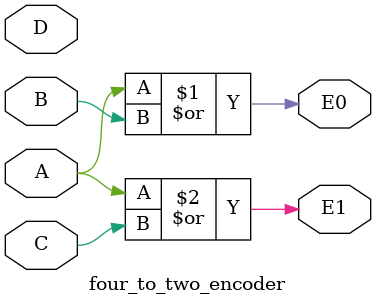
<source format=v>
module four_to_two_encoder(
input A,B,C,D,
output E0,E1
);
assign E0 = A|B;
assign E1 = A|C;
endmodule

</source>
